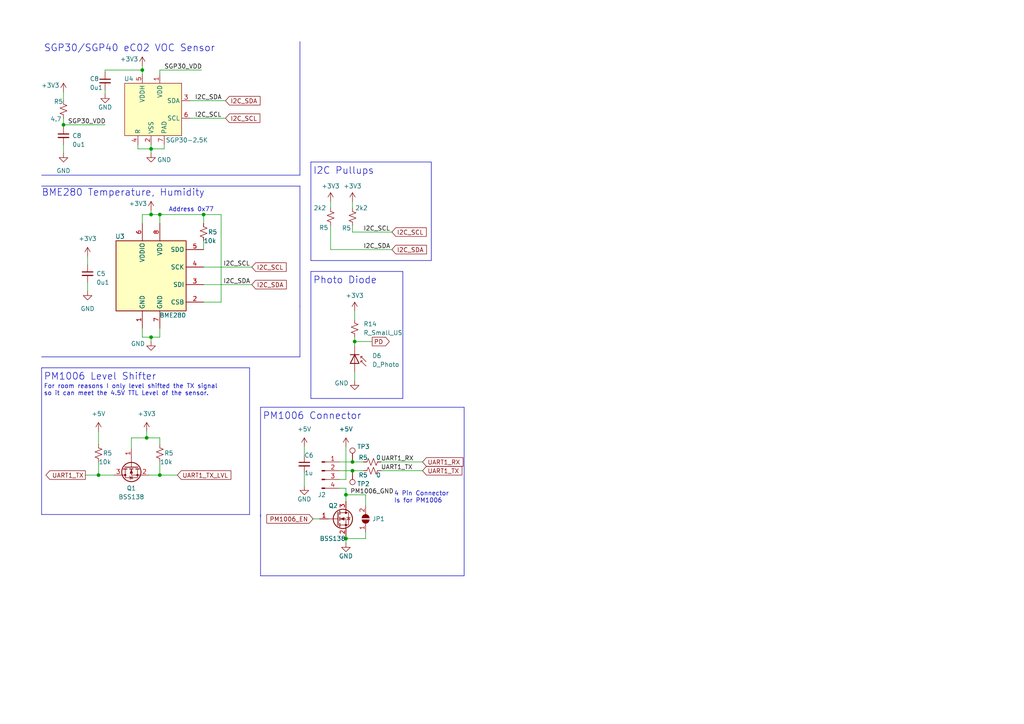
<source format=kicad_sch>
(kicad_sch (version 20230121) (generator eeschema)
  (paper "A4")
  (lib_symbols
    (symbol "Connector:Conn_01x04_Pin" (pin_names (offset 1.016) hide)
      (property "Reference" "J" (at 0 5.08 0))
      (property "Value" "Conn_01x04_Pin" (at 0 -7.62 0))
      (symbol "Conn_01x04_Pin_1_1"
        (polyline (pts (xy 1.27 -5.08) (xy 0.8636 -5.08)) (stroke (width 0.1524)))
        (polyline (pts (xy 1.27 -2.54) (xy 0.8636 -2.54)) (stroke (width 0.1524)))
        (polyline (pts (xy 1.27 0) (xy 0.8636 0)) (stroke (width 0.1524)))
        (polyline (pts (xy 1.27 2.54) (xy 0.8636 2.54)) (stroke (width 0.1524)))
        (rectangle (start 0.8636 -4.953) (end 0 -5.207) (stroke (width 0.1524)) (fill (type outline)))
        (rectangle (start 0.8636 -2.413) (end 0 -2.667) (stroke (width 0.1524)) (fill (type outline)))
        (rectangle (start 0.8636 0.127) (end 0 -0.127) (stroke (width 0.1524)) (fill (type outline)))
        (rectangle (start 0.8636 2.667) (end 0 2.413) (stroke (width 0.1524)) (fill (type outline)))
        (pin passive line (at 5.08 2.54 180) (length 3.81) (name "Pin_1") (number "1"))
        (pin passive line (at 5.08 0 180) (length 3.81) (name "Pin_2") (number "2"))
        (pin passive line (at 5.08 -2.54 180) (length 3.81) (name "Pin_3") (number "3"))
        (pin passive line (at 5.08 -5.08 180) (length 3.81) (name "Pin_4") (number "4"))
      )
    )
    (symbol "Connector:TestPoint" (pin_numbers hide) (pin_names (offset 0.762) hide)
      (property "Reference" "TP" (at 0 6.858 0))
      (property "Value" "TestPoint" (at 0 5.08 0))
      (symbol "TestPoint_0_1"
        (circle (center 0 3.302) (radius 0.762))
      )
      (symbol "TestPoint_1_1"
        (pin passive line (at 0 0 90) (length 2.54) (name "1") (number "1"))
      )
    )
    (symbol "Device:C_Small" (pin_numbers hide) (pin_names (offset 0.254) hide)
      (property "Reference" "C" (at 0.254 1.778 0))
      (property "Value" "C_Small" (at 0.254 -2.032 0))
      (symbol "C_Small_0_1"
        (polyline (pts (xy -1.524 -0.508) (xy 1.524 -0.508)) (stroke (width 0.3302)))
        (polyline (pts (xy -1.524 0.508) (xy 1.524 0.508)) (stroke (width 0.3048)))
      )
      (symbol "C_Small_1_1"
        (pin passive line (at 0 2.54 270) (length 2.032) (name "~") (number "1"))
        (pin passive line (at 0 -2.54 90) (length 2.032) (name "~") (number "2"))
      )
    )
    (symbol "Device:D_Photo" (pin_numbers hide) (pin_names hide)
      (property "Reference" "D" (at 0.508 1.778 0))
      (property "Value" "D_Photo" (at -1.016 -2.794 0))
      (symbol "D_Photo_0_1"
        (polyline (pts (xy -2.54 1.27) (xy -2.54 -1.27)) (stroke (width 0.254)))
        (polyline (pts (xy -2.032 1.778) (xy -1.524 1.778)))
        (polyline (pts (xy 0 0) (xy -2.54 0)))
        (polyline (pts (xy -0.508 3.302) (xy -2.032 1.778) (xy -2.032 2.286)))
        (polyline (pts (xy 0 -1.27) (xy 0 1.27) (xy -2.54 0) (xy 0 -1.27)) (stroke (width 0.254)))
        (polyline (pts (xy 0.762 3.302) (xy -0.762 1.778) (xy -0.762 2.286) (xy -0.762 1.778) (xy -0.254 1.778)))
      )
      (symbol "D_Photo_1_1"
        (pin passive line (at -5.08 0 0) (length 2.54) (name "K") (number "1"))
        (pin passive line (at 2.54 0 180) (length 2.54) (name "A") (number "2"))
      )
    )
    (symbol "Device:R_Small_US" (pin_numbers hide) (pin_names (offset 0.254) hide)
      (property "Reference" "R" (at 0.762 0.508 0))
      (property "Value" "R_Small_US" (at 0.762 -1.016 0))
      (symbol "R_Small_US_1_1"
        (polyline (pts (xy 0 0) (xy 1.016 -0.381) (xy 0 -0.762) (xy -1.016 -1.143) (xy 0 -1.524)))
        (polyline (pts (xy 0 1.524) (xy 1.016 1.143) (xy 0 0.762) (xy -1.016 0.381) (xy 0 0)))
        (pin passive line (at 0 2.54 270) (length 1.016) (name "~") (number "1"))
        (pin passive line (at 0 -2.54 90) (length 1.016) (name "~") (number "2"))
      )
    )
    (symbol "Jumper:SolderJumper_2_Open" (pin_names (offset 0) hide)
      (property "Reference" "JP" (at 0 2.032 0))
      (property "Value" "SolderJumper_2_Open" (at 0 -2.54 0))
      (symbol "SolderJumper_2_Open_0_1"
        (arc (start -0.254 1.016) (mid -1.2656 0) (end -0.254 -1.016))
        (arc (start -0.254 1.016) (mid -1.2656 0) (end -0.254 -1.016) (fill (type outline)))
        (polyline (pts (xy -0.254 1.016) (xy -0.254 -1.016)))
        (polyline (pts (xy 0.254 1.016) (xy 0.254 -1.016)))
        (arc (start 0.254 -1.016) (mid 1.2656 0) (end 0.254 1.016))
        (arc (start 0.254 -1.016) (mid 1.2656 0) (end 0.254 1.016) (fill (type outline)))
      )
      (symbol "SolderJumper_2_Open_1_1"
        (pin passive line (at -3.81 0 0) (length 2.54) (name "A") (number "1"))
        (pin passive line (at 3.81 0 180) (length 2.54) (name "B") (number "2"))
      )
    )
    (symbol "Kevin_Lutzer_Lbr:SGP30-2.5K"
      (property "Reference" "U" (at 0 8.89 0))
      (property "Value" "SGP30-2.5K" (at 11.43 -8.89 0))
      (symbol "SGP30-2.5K_1_1"
        (rectangle (start -7.62 7.62) (end 8.89 -7.62) (fill (type background)))
        (pin power_in line (at 2.54 10.16 270) (length 2.54) (name "VDD") (number "1"))
        (pin power_in line (at 0 -10.16 90) (length 2.54) (name "VSS") (number "2"))
        (pin bidirectional line (at 11.43 2.54 180) (length 2.54) (name "SDA") (number "3"))
        (pin input line (at -3.81 -10.16 90) (length 2.54) (name "R") (number "4"))
        (pin power_in line (at -2.54 10.16 270) (length 2.54) (name "VDDH") (number "5"))
        (pin input line (at 11.43 -2.54 180) (length 2.54) (name "SCL") (number "6"))
        (pin power_in line (at 3.81 -10.16 90) (length 2.54) (name "PAD") (number "7"))
      )
    )
    (symbol "Sensor:BME280"
      (property "Reference" "U" (at -8.89 11.43 0))
      (property "Value" "BME280" (at 7.62 11.43 0))
      (symbol "BME280_0_1"
        (rectangle (start -10.16 10.16) (end 10.16 -10.16) (stroke (width 0.254)) (fill (type background)))
      )
      (symbol "BME280_1_1"
        (pin power_in line (at -2.54 -15.24 90) (length 5.08) (name "GND") (number "1"))
        (pin input line (at 15.24 -7.62 180) (length 5.08) (name "CSB") (number "2"))
        (pin bidirectional line (at 15.24 -2.54 180) (length 5.08) (name "SDI") (number "3"))
        (pin input line (at 15.24 2.54 180) (length 5.08) (name "SCK") (number "4"))
        (pin bidirectional line (at 15.24 7.62 180) (length 5.08) (name "SDO") (number "5"))
        (pin power_in line (at -2.54 15.24 270) (length 5.08) (name "VDDIO") (number "6"))
        (pin power_in line (at 2.54 -15.24 90) (length 5.08) (name "GND") (number "7"))
        (pin power_in line (at 2.54 15.24 270) (length 5.08) (name "VDD") (number "8"))
      )
    )
    (symbol "Transistor_FET:BSS138" (pin_names hide)
      (property "Reference" "Q" (at 5.08 1.905 0))
      (property "Value" "BSS138" (at 5.08 0 0))
      (symbol "BSS138_0_1"
        (polyline (pts (xy 0.254 0) (xy -2.54 0)))
        (polyline (pts (xy 0.254 1.905) (xy 0.254 -1.905)) (stroke (width 0.254)))
        (polyline (pts (xy 0.762 -1.27) (xy 0.762 -2.286)) (stroke (width 0.254)))
        (polyline (pts (xy 0.762 0.508) (xy 0.762 -0.508)) (stroke (width 0.254)))
        (polyline (pts (xy 0.762 2.286) (xy 0.762 1.27)) (stroke (width 0.254)))
        (polyline (pts (xy 2.54 2.54) (xy 2.54 1.778)))
        (polyline (pts (xy 2.54 -2.54) (xy 2.54 0) (xy 0.762 0)))
        (polyline (pts (xy 0.762 -1.778) (xy 3.302 -1.778) (xy 3.302 1.778) (xy 0.762 1.778)))
        (polyline (pts (xy 1.016 0) (xy 2.032 0.381) (xy 2.032 -0.381) (xy 1.016 0)) (fill (type outline)))
        (polyline (pts (xy 2.794 0.508) (xy 2.921 0.381) (xy 3.683 0.381) (xy 3.81 0.254)))
        (polyline (pts (xy 3.302 0.381) (xy 2.921 -0.254) (xy 3.683 -0.254) (xy 3.302 0.381)))
        (circle (center 1.651 0) (radius 2.794) (stroke (width 0.254)))
        (circle (center 2.54 -1.778) (radius 0.254) (fill (type outline)))
        (circle (center 2.54 1.778) (radius 0.254) (fill (type outline)))
      )
      (symbol "BSS138_1_1"
        (pin input line (at -5.08 0 0) (length 2.54) (name "G") (number "1"))
        (pin passive line (at 2.54 -5.08 90) (length 2.54) (name "S") (number "2"))
        (pin passive line (at 2.54 5.08 270) (length 2.54) (name "D") (number "3"))
      )
    )
    (symbol "power:+3V3" (power) (pin_names (offset 0))
      (property "Value" "+3V3" (at 0 3.556 0))
      (symbol "+3V3_0_1"
        (polyline (pts (xy -0.762 1.27) (xy 0 2.54)))
        (polyline (pts (xy 0 0) (xy 0 2.54)))
        (polyline (pts (xy 0 2.54) (xy 0.762 1.27)))
      )
      (symbol "+3V3_1_1"
        (pin power_in line (at 0 0 90) (length 0) hide (name "+3V3") (number "1"))
      )
    )
    (symbol "power:+5V" (power) (pin_names (offset 0))
      (property "Value" "+5V" (at 0 3.556 0))
      (symbol "+5V_0_1"
        (polyline (pts (xy -0.762 1.27) (xy 0 2.54)))
        (polyline (pts (xy 0 0) (xy 0 2.54)))
        (polyline (pts (xy 0 2.54) (xy 0.762 1.27)))
      )
      (symbol "+5V_1_1"
        (pin power_in line (at 0 0 90) (length 0) hide (name "+5V") (number "1"))
      )
    )
    (symbol "power:GND" (power) (pin_names (offset 0))
      (property "Value" "GND" (at 0 -3.81 0))
      (symbol "GND_0_1"
        (polyline (pts (xy 0 0) (xy 0 -1.27) (xy 1.27 -1.27) (xy 0 -2.54) (xy -1.27 -1.27) (xy 0 -1.27)))
      )
      (symbol "GND_1_1"
        (pin power_in line (at 0 0 270) (length 0) hide (name "GND") (number "1"))
      )
    )
  )
  (junction (at 18.415 36.195))
  (junction (at 43.815 43.18))
  (junction (at 102.235 136.525))
  (junction (at 43.815 62.23))
  (junction (at 102.235 133.985))
  (junction (at 46.355 137.795))
  (junction (at 46.355 62.23))
  (junction (at 102.87 99.06))
  (junction (at 59.055 62.23))
  (junction (at 100.33 156.21))
  (junction (at 42.545 127))
  (junction (at 28.575 137.795))
  (junction (at 41.275 20.32))
  (junction (at 43.815 97.79))
  (junction (at 100.33 143.51))
  (wire (pts (xy 43.815 43.18) (xy 43.815 44.45)))
  (wire (pts (xy 46.355 62.23) (xy 59.055 62.23)))
  (wire (pts (xy 59.055 62.23) (xy 59.055 64.77)))
  (wire (pts (xy 102.235 67.31) (xy 102.235 65.405)))
  (polyline (pts (xy 90.17 46.99) (xy 90.17 75.565)))
  (polyline (pts (xy 12.065 50.8) (xy 86.995 50.8)))
  (wire (pts (xy 46.355 21.59) (xy 46.355 20.32)))
  (wire (pts (xy 43.815 62.23) (xy 43.815 60.96)))
  (wire (pts (xy 88.265 137.16) (xy 88.265 140.97)))
  (wire (pts (xy 43.18 137.795) (xy 46.355 137.795)))
  (wire (pts (xy 43.815 97.79) (xy 46.355 97.79)))
  (wire (pts (xy 90.805 150.495) (xy 92.71 150.495)))
  (polyline (pts (xy 86.995 88.9) (xy 86.995 103.505)))
  (wire (pts (xy 25.4 81.915) (xy 25.4 84.455)))
  (polyline (pts (xy 75.565 167.005) (xy 130.81 167.005)))
  (wire (pts (xy 98.425 133.985) (xy 102.235 133.985)))
  (wire (pts (xy 24.765 137.795) (xy 28.575 137.795)))
  (polyline (pts (xy 90.17 78.74) (xy 116.84 78.74)))
  (polyline (pts (xy 86.995 12.065) (xy 86.995 50.8)))
  (polyline (pts (xy 12.065 103.505) (xy 86.995 103.505)))
  (wire (pts (xy 46.355 64.77) (xy 46.355 62.23)))
  (wire (pts (xy 38.1 127) (xy 38.1 130.175)))
  (wire (pts (xy 100.33 156.21) (xy 106.045 156.21)))
  (wire (pts (xy 41.275 20.32) (xy 41.275 21.59)))
  (wire (pts (xy 100.33 156.21) (xy 100.33 157.48)))
  (polyline (pts (xy 75.565 149.86) (xy 75.565 118.11)))
  (wire (pts (xy 40.005 41.91) (xy 40.005 43.18)))
  (wire (pts (xy 41.275 62.23) (xy 41.275 64.77)))
  (wire (pts (xy 59.055 69.85) (xy 59.055 72.39)))
  (polyline (pts (xy 90.17 75.565) (xy 125.095 75.565)))
  (wire (pts (xy 100.33 143.51) (xy 100.33 145.415)))
  (wire (pts (xy 102.87 97.79) (xy 102.87 99.06)))
  (wire (pts (xy 88.265 129.54) (xy 88.265 132.08)))
  (wire (pts (xy 59.055 62.23) (xy 64.135 62.23)))
  (wire (pts (xy 102.87 99.06) (xy 102.87 100.33)))
  (wire (pts (xy 46.355 20.32) (xy 58.42 20.32)))
  (polyline (pts (xy 72.39 106.68) (xy 72.39 149.225)))
  (wire (pts (xy 41.275 19.05) (xy 41.275 20.32)))
  (polyline (pts (xy 116.84 115.57) (xy 116.84 78.74)))
  (polyline (pts (xy 75.565 118.11) (xy 122.555 118.11)))
  (wire (pts (xy 28.575 137.795) (xy 33.02 137.795)))
  (wire (pts (xy 43.815 41.91) (xy 43.815 43.18)))
  (polyline (pts (xy 12.065 106.68) (xy 72.39 106.68)))
  (wire (pts (xy 100.33 139.065) (xy 98.425 139.065)))
  (polyline (pts (xy 90.17 115.57) (xy 116.84 115.57)))
  (wire (pts (xy 64.135 62.23) (xy 64.135 87.63)))
  (polyline (pts (xy 86.995 53.975) (xy 86.995 88.9)))
  (wire (pts (xy 100.33 155.575) (xy 100.33 156.21)))
  (wire (pts (xy 95.885 72.39) (xy 95.885 65.405)))
  (wire (pts (xy 113.665 72.39) (xy 95.885 72.39)))
  (wire (pts (xy 98.425 141.605) (xy 100.33 141.605)))
  (wire (pts (xy 25.4 74.295) (xy 25.4 76.835)))
  (wire (pts (xy 43.815 43.18) (xy 47.625 43.18)))
  (wire (pts (xy 59.055 87.63) (xy 64.135 87.63)))
  (polyline (pts (xy 12.065 149.225) (xy 72.39 149.225)))
  (wire (pts (xy 55.245 29.21) (xy 65.405 29.21)))
  (wire (pts (xy 42.545 125.095) (xy 42.545 127)))
  (wire (pts (xy 100.33 143.51) (xy 106.045 143.51)))
  (wire (pts (xy 95.885 58.42) (xy 95.885 60.325)))
  (wire (pts (xy 110.49 136.525) (xy 122.555 136.525)))
  (wire (pts (xy 40.005 43.18) (xy 43.815 43.18)))
  (wire (pts (xy 18.415 36.195) (xy 18.415 36.83)))
  (wire (pts (xy 41.275 62.23) (xy 43.815 62.23)))
  (wire (pts (xy 106.045 143.51) (xy 106.045 146.685)))
  (wire (pts (xy 47.625 43.18) (xy 47.625 41.91)))
  (polyline (pts (xy 12.065 53.975) (xy 86.995 53.975)))
  (wire (pts (xy 46.355 95.25) (xy 46.355 97.79)))
  (wire (pts (xy 46.355 127) (xy 42.545 127)))
  (polyline (pts (xy 90.17 46.99) (xy 125.095 46.99)))
  (wire (pts (xy 41.275 97.79) (xy 43.815 97.79)))
  (wire (pts (xy 46.355 128.905) (xy 46.355 127)))
  (wire (pts (xy 106.045 156.21) (xy 106.045 154.305)))
  (wire (pts (xy 28.575 133.985) (xy 28.575 137.795)))
  (wire (pts (xy 59.055 77.47) (xy 73.025 77.47)))
  (wire (pts (xy 42.545 127) (xy 38.1 127)))
  (polyline (pts (xy 90.17 78.74) (xy 90.17 115.57)))
  (polyline (pts (xy 130.81 167.005) (xy 134.62 167.005)))
  (wire (pts (xy 110.49 133.985) (xy 122.555 133.985)))
  (wire (pts (xy 18.415 36.195) (xy 30.48 36.195)))
  (wire (pts (xy 30.48 20.32) (xy 41.275 20.32)))
  (wire (pts (xy 59.055 82.55) (xy 73.025 82.55)))
  (wire (pts (xy 98.425 136.525) (xy 102.235 136.525)))
  (wire (pts (xy 30.48 20.955) (xy 30.48 20.32)))
  (wire (pts (xy 102.87 90.17) (xy 102.87 92.71)))
  (wire (pts (xy 43.815 97.79) (xy 43.815 99.06)))
  (wire (pts (xy 46.355 137.795) (xy 51.435 137.795)))
  (polyline (pts (xy 134.62 118.11) (xy 122.555 118.11)))
  (wire (pts (xy 113.665 67.31) (xy 102.235 67.31)))
  (wire (pts (xy 46.355 62.23) (xy 43.815 62.23)))
  (wire (pts (xy 102.235 133.985) (xy 105.41 133.985)))
  (wire (pts (xy 102.87 99.06) (xy 107.95 99.06)))
  (polyline (pts (xy 134.62 149.86) (xy 134.62 118.11)))
  (wire (pts (xy 28.575 125.095) (xy 28.575 128.905)))
  (wire (pts (xy 18.415 34.29) (xy 18.415 36.195)))
  (wire (pts (xy 102.87 107.95) (xy 102.87 110.49)))
  (wire (pts (xy 18.415 26.67) (xy 18.415 29.21)))
  (polyline (pts (xy 75.565 149.225) (xy 75.565 167.005)))
  (wire (pts (xy 55.245 34.29) (xy 65.405 34.29)))
  (polyline (pts (xy 125.095 75.565) (xy 125.095 46.99)))
  (wire (pts (xy 102.235 136.525) (xy 105.41 136.525)))
  (polyline (pts (xy 134.62 167.005) (xy 134.62 149.86)))
  (polyline (pts (xy 12.065 149.225) (xy 12.065 106.68)))
  (wire (pts (xy 41.275 95.25) (xy 41.275 97.79)))
  (wire (pts (xy 46.355 133.985) (xy 46.355 137.795)))
  (wire (pts (xy 100.33 141.605) (xy 100.33 143.51)))
  (wire (pts (xy 100.33 139.065) (xy 100.33 129.54)))
  (wire (pts (xy 30.48 26.035) (xy 30.48 27.305)))
  (wire (pts (xy 18.415 41.91) (xy 18.415 44.45)))
  (wire (pts (xy 102.235 58.42) (xy 102.235 60.325)))
  (text "PM1006 Level Shifter\n" (at 12.7 110.49 0) (effects (font (size 2 2)) (justify left bottom)))
  (text "I2C Pullups\n" (at 90.805 50.8 0) (effects (font (size 2 2)) (justify left bottom)))
  (text "For room reasons I only level shifted the TX signal\nso it can meet the 4.5V TTL Level of the sensor." (at 12.7 114.935 0) (effects (font (size 1.27 1.27)) (justify left bottom)))
  (text "Photo Diode" (at 90.805 82.55 0) (effects (font (size 2 2)) (justify left bottom)))
  (text "4 Pin Connector\nIs for PM1006" (at 114.3 146.05 0) (effects (font (size 1.27 1.27)) (justify left bottom)))
  (text "Address 0x77 " (at 48.895 61.595 0) (effects (font (size 1.27 1.27)) (justify left bottom)))
  (text "PM1006 Connector" (at 76.2 121.92 0) (effects (font (size 2 2)) (justify left bottom)))
  (text "SGP30/SGP40 eC02 VOC Sensor" (at 12.7 15.24 0) (effects (font (size 2 2)) (justify left bottom)))
  (text "BME280 Temperature, Humidity\n" (at 12.065 57.15 0) (effects (font (size 2 2)) (justify left bottom)))
  (label "UART1_RX" (at 110.49 133.985 0))
  (label "I2C_SCL" (at 105.41 67.31 0))
  (label "SGP30_VDD" (at 47.625 20.32 0))
  (label "I2C_SDA" (at 64.77 82.55 0))
  (label "I2C_SCL" (at 64.77 77.47 0))
  (label "UART1_TX" (at 110.49 136.525 0))
  (label "I2C_SCL" (at 56.515 34.29 0))
  (label "PM1006_GND" (at 101.6 143.51 0))
  (label "I2C_SDA" (at 56.515 29.21 0))
  (label "I2C_SDA" (at 105.41 72.39 0))
  (label "SGP30_VDD" (at 19.685 36.195 0))
  (global_label "PM1006_EN" (shape input) (at 90.805 150.495 180) (property "Intersheetrefs" "${INTERSHEET_REFS}" (effects hide)))
  (global_label "I2C_SDA" (shape input) (at 113.665 72.39 0) (property "Intersheetrefs" "${INTERSHEET_REFS}" (effects hide)))
  (global_label "I2C_SCL" (shape input) (at 65.405 34.29 0) (property "Intersheetrefs" "${INTERSHEET_REFS}" (effects hide)))
  (global_label "I2C_SDA" (shape input) (at 73.025 82.55 0) (property "Intersheetrefs" "${INTERSHEET_REFS}" (effects hide)))
  (global_label "I2C_SCL" (shape input) (at 113.665 67.31 0) (property "Intersheetrefs" "${INTERSHEET_REFS}" (effects hide)))
  (global_label "PD" (shape output) (at 107.95 99.06 0) (property "Intersheetrefs" "${INTERSHEET_REFS}" (effects hide)))
  (global_label "UART1_TX" (shape output) (at 24.765 137.795 180) (property "Intersheetrefs" "${INTERSHEET_REFS}" (effects hide)))
  (global_label "UART1_TX" (shape input) (at 122.555 136.525 0) (property "Intersheetrefs" "${INTERSHEET_REFS}" (effects hide)))
  (global_label "UART1_TX_LVL" (shape input) (at 51.435 137.795 0) (property "Intersheetrefs" "${INTERSHEET_REFS}" (effects hide)))
  (global_label "I2C_SCL" (shape input) (at 73.025 77.47 0) (property "Intersheetrefs" "${INTERSHEET_REFS}" (effects hide)))
  (global_label "I2C_SDA" (shape input) (at 65.405 29.21 0) (property "Intersheetrefs" "${INTERSHEET_REFS}" (effects hide)))
  (global_label "UART1_RX" (shape input) (at 122.555 133.985 0) (property "Intersheetrefs" "${INTERSHEET_REFS}" (effects hide)))
  (symbol (lib_id "power:+5V") (at 28.575 125.095 0) (unit 1)
    (property "Reference" "#PWR043" (effects hide))
    (property "Value" "+5V" (at 28.575 120.015 0))
  )
  (symbol (lib_id "Device:C_Small") (at 30.48 23.495 0) (unit 1)
    (property "Reference" "C8" (at 26.035 22.86 0) (effects (justify left)))
    (property "Value" "0u1" (at 26.035 25.4 0) (effects (justify left)))
    (property "Footprint" "Capacitor_SMD:C_0603_1608Metric" (effects hide))
    (instances (project "room_environment_monitor" (path "" (reference "C8") (unit 1)) (path "" (reference "C2") (unit 1))))
  )
  (symbol (lib_id "Sensor:BME280") (at 43.815 80.01 0) (unit 1)
    (property "Reference" "U3" (at 36.195 68.58 0) (effects (justify right)))
    (property "Value" "BME280" (at 53.975 91.44 0) (effects (justify right)))
    (property "Footprint" "Package_LGA:Bosch_LGA-8_2.5x2.5mm_P0.65mm_ClockwisePinNumbering" (effects hide))
    (property "Datasheet" "https://www.bosch-sensortec.com/media/boschsensortec/downloads/datasheets/bst-bme280-ds002.pdf" (effects hide))
    (instances (project "room_environment_monitor" (path "" (reference "U3") (unit 1)) (path "" (reference "U4") (unit 1))))
  )
  (symbol (lib_id "Device:R_Small_US") (at 46.355 131.445 0) (unit 1)
    (property "Reference" "R5" (at 47.625 131.445 0) (effects (justify left)))
    (property "Value" "10k" (at 46.355 133.985 0) (effects (justify left)))
    (property "Footprint" "Resistor_SMD:R_0603_1608Metric" (effects hide))
    (instances (project "room_environment_monitor" (path "" (reference "R5") (unit 1)) (path "" (reference "R12") (unit 1))))
  )
  (symbol (lib_id "Jumper:SolderJumper_2_Open") (at 106.045 150.495 90) (unit 1)
    (property "Reference" "JP1" (at 107.95 150.495 90) (effects (justify right)))
    (property "Value" "SolderJumper_2_Open" (effects hide))
    (property "Footprint" "Jumper:SolderJumper-2_P1.3mm_Open_RoundedPad1.0x1.5mm" (effects hide))
  )
  (symbol (lib_id "power:+5V") (at 88.265 129.54 0) (unit 1)
    (property "Reference" "#PWR033" (effects hide))
    (property "Value" "+5V" (at 88.265 124.46 0))
    (instances (project "room_environment_monitor" (path "" (reference "#PWR033") (unit 1)) (path "" (reference "#PWR038") (unit 1))))
  )
  (symbol (lib_id "power:GND") (at 18.415 44.45 0) (unit 1)
    (property "Reference" "#PWR024" (effects hide))
    (property "Value" "GND" (at 18.415 49.53 0))
    (instances (project "room_environment_monitor" (path "" (reference "#PWR024") (unit 1)) (path "" (reference "#PWR011") (unit 1))))
  )
  (symbol (lib_id "Device:R_Small_US") (at 95.885 62.865 180) (unit 1)
    (property "Reference" "R5" (at 95.25 66.04 0) (effects (justify left)))
    (property "Value" "2k2" (at 94.615 60.325 0) (effects (justify left)))
    (property "Footprint" "Resistor_SMD:R_0603_1608Metric" (effects hide))
    (instances (project "room_environment_monitor" (path "" (reference "R5") (unit 1)) (path "" (reference "R10") (unit 1))))
  )
  (symbol (lib_id "Device:R_Small_US") (at 28.575 131.445 0) (unit 1)
    (property "Reference" "R5" (at 29.845 131.445 0) (effects (justify left)))
    (property "Value" "10k" (at 28.575 133.985 0) (effects (justify left)))
    (property "Footprint" "Resistor_SMD:R_0603_1608Metric" (effects hide))
    (instances (project "room_environment_monitor" (path "" (reference "R5") (unit 1)) (path "" (reference "R13") (unit 1))))
  )
  (symbol (lib_id "power:+3V3") (at 102.87 90.17 0) (unit 1)
    (property "Reference" "#PWR021" (effects hide))
    (property "Value" "+3V3" (at 102.87 85.725 0))
  )
  (symbol (lib_id "power:GND") (at 102.87 110.49 0) (unit 1)
    (property "Reference" "#PWR011" (effects hide))
    (property "Value" "GND" (at 99.06 111.125 0))
    (instances (project "room_environment_monitor" (path "" (reference "#PWR011") (unit 1)) (path "" (reference "#PWR022") (unit 1))))
  )
  (symbol (lib_id "power:+3V3") (at 102.235 58.42 0) (unit 1)
    (property "Reference" "#PWR018" (effects hide))
    (property "Value" "+3V3" (at 102.235 53.975 0))
  )
  (symbol (lib_id "Device:C_Small") (at 25.4 79.375 0) (unit 1)
    (property "Reference" "C5" (at 27.94 79.375 0) (effects (justify left)))
    (property "Value" "0u1" (at 27.94 81.915 0) (effects (justify left)))
    (property "Footprint" "Capacitor_SMD:C_0603_1608Metric" (effects hide))
  )
  (symbol (lib_id "power:+3V3") (at 42.545 125.095 0) (unit 1)
    (property "Reference" "#PWR020" (effects hide))
    (property "Value" "+3V3" (at 42.545 120.015 0))
    (instances (project "room_environment_monitor" (path "" (reference "#PWR020") (unit 1)) (path "" (reference "#PWR08") (unit 1))))
  )
  (symbol (lib_id "power:GND") (at 43.815 44.45 0) (unit 1)
    (property "Reference" "#PWR022" (effects hide))
    (property "Value" "GND" (at 47.625 46.355 0))
    (instances (project "room_environment_monitor" (path "" (reference "#PWR022") (unit 1)) (path "" (reference "#PWR024") (unit 1))))
  )
  (symbol (lib_id "Connector:Conn_01x04_Pin") (at 93.345 136.525 0) (unit 1)
    (property "Reference" "J2" (at 93.345 143.51 0))
    (property "Value" "Conn_01x04_Pin" (effects hide))
    (property "Footprint" "Kevin_Lutzer_Lbr:CONN_B4B-ZR-SM4-TF_JST" (effects hide))
  )
  (symbol (lib_id "Device:R_Small_US") (at 102.235 62.865 180) (unit 1)
    (property "Reference" "R5" (at 101.854 66.167 0) (effects (justify left)))
    (property "Value" "2k2" (at 106.68 60.325 0) (effects (justify left)))
    (property "Footprint" "Resistor_SMD:R_0603_1608Metric" (effects hide))
    (instances (project "room_environment_monitor" (path "" (reference "R5") (unit 1)) (path "" (reference "R11") (unit 1))))
  )
  (symbol (lib_id "Transistor_FET:BSS138") (at 38.1 135.255 90) (mirror x) (unit 1)
    (property "Reference" "Q1" (at 38.1 141.605 90))
    (property "Value" "BSS138" (at 38.1 144.145 90))
    (property "Footprint" "Package_TO_SOT_SMD:SOT-23" (effects hide))
    (property "Datasheet" "https://www.onsemi.com/pub/Collateral/BSS138-D.PDF" (effects hide))
  )
  (symbol (lib_id "Device:C_Small") (at 18.415 39.37 0) (unit 1)
    (property "Reference" "C8" (at 20.955 39.37 0) (effects (justify left)))
    (property "Value" "0u1" (at 20.955 41.91 0) (effects (justify left)))
    (property "Footprint" "Capacitor_SMD:C_0603_1608Metric" (effects hide))
    (instances (project "room_environment_monitor" (path "" (reference "C8") (unit 1)) (path "" (reference "C4") (unit 1))))
  )
  (symbol (lib_id "Transistor_FET:BSS138") (at 97.79 150.495 0) (unit 1)
    (property "Reference" "Q2" (at 95.25 146.685 0) (effects (justify left)))
    (property "Value" "BSS138" (at 92.71 156.21 0) (effects (justify left)))
    (property "Footprint" "Package_TO_SOT_SMD:SOT-23" (effects hide))
    (property "Datasheet" "https://www.onsemi.com/pub/Collateral/BSS138-D.PDF" (effects hide))
  )
  (symbol (lib_id "power:+3V3") (at 18.415 26.67 0) (unit 1)
    (property "Reference" "#PWR010" (effects hide))
    (property "Value" "+3V3" (at 14.605 24.765 0))
  )
  (symbol (lib_id "Connector:TestPoint") (at 102.235 136.525 180) (unit 1)
    (property "Reference" "TP2" (at 105.41 140.335 0))
    (property "Value" "TestPoint" (effects hide))
    (property "Footprint" "TestPoint:TestPoint_Pad_D1.0mm" (effects hide))
    (instances (project "room_environment_monitor" (path "" (reference "TP2") (unit 1)) (path "" (reference "TP3") (unit 1))))
  )
  (symbol (lib_id "power:+5V") (at 100.33 129.54 0) (unit 1)
    (property "Reference" "#PWR033" (effects hide))
    (property "Value" "+5V" (at 100.33 124.46 0))
    (instances (project "room_environment_monitor" (path "" (reference "#PWR033") (unit 1)) (path "" (reference "#PWR032") (unit 1))))
  )
  (symbol (lib_id "Device:R_Small_US") (at 102.87 95.25 180) (unit 1)
    (property "Reference" "R14" (at 105.41 93.98 0) (effects (justify right)))
    (property "Value" "R_Small_US" (at 105.41 96.52 0) (effects (justify right)))
    (property "Footprint" "Resistor_SMD:R_0603_1608Metric" (effects hide))
  )
  (symbol (lib_id "Connector:TestPoint") (at 102.235 133.985 0) (unit 1)
    (property "Reference" "TP3" (at 105.41 129.54 0))
    (property "Value" "TestPoint" (effects hide))
    (property "Footprint" "TestPoint:TestPoint_Pad_D1.0mm" (effects hide))
    (instances (project "room_environment_monitor" (path "" (reference "TP3") (unit 1)) (path "" (reference "TP2") (unit 1))))
  )
  (symbol (lib_id "power:+3V3") (at 95.885 58.42 0) (unit 1)
    (property "Reference" "#PWR017" (effects hide))
    (property "Value" "+3V3" (at 95.885 53.975 0))
  )
  (symbol (lib_id "power:+3V3") (at 43.815 60.96 0) (unit 1)
    (property "Reference" "#PWR010" (effects hide))
    (property "Value" "+3V3" (at 40.005 59.055 0))
    (instances (project "room_environment_monitor" (path "" (reference "#PWR010") (unit 1)) (path "" (reference "#PWR025") (unit 1))))
  )
  (symbol (lib_id "Device:D_Photo") (at 102.87 105.41 270) (unit 1)
    (property "Reference" "D6" (at 107.95 103.1875 90) (effects (justify left)))
    (property "Value" "D_Photo" (at 107.95 105.7275 90) (effects (justify left)))
    (property "Footprint" "Diode_SMD:D_1206_3216Metric_Pad1.42x1.75mm_HandSolder" (effects hide))
  )
  (symbol (lib_id "power:GND") (at 88.265 140.97 0) (unit 1)
    (property "Reference" "#PWR036" (effects hide))
    (property "Value" "GND" (at 88.265 144.78 0))
    (instances (project "room_environment_monitor" (path "" (reference "#PWR036") (unit 1)) (path "" (reference "#PWR039") (unit 1))))
  )
  (symbol (lib_id "power:GND") (at 43.815 99.06 0) (unit 1)
    (property "Reference" "#PWR011" (effects hide))
    (property "Value" "GND" (at 40.005 99.695 0))
    (instances (project "room_environment_monitor" (path "" (reference "#PWR011") (unit 1)) (path "" (reference "#PWR026") (unit 1))))
  )
  (symbol (lib_id "Kevin_Lutzer_Lbr:SGP30-2.5K") (at 43.815 31.75 0) (unit 1)
    (property "Reference" "U4" (at 38.735 22.86 0) (effects (justify right)))
    (property "Value" "SGP30-2.5K" (at 60.325 40.64 0) (effects (justify right)))
    (property "Footprint" "Kevin_Lutzer_Lbr:SGP30-2.5K_SEN" (effects hide))
    (property "Datasheet" "https://mm.digikey.com/Volume0/opasdata/d220001/medias/docus/2578/SGP30%20Datasheet.pdf" (effects hide))
    (instances (project "room_environment_monitor" (path "" (reference "U4") (unit 1)) (path "" (reference "U3") (unit 1))))
  )
  (symbol (lib_id "power:+3V3") (at 41.275 19.05 0) (unit 1)
    (property "Reference" "#PWR010" (effects hide))
    (property "Value" "+3V3" (at 37.465 17.145 0))
    (instances (project "room_environment_monitor" (path "" (reference "#PWR010") (unit 1)) (path "" (reference "#PWR014") (unit 1))))
  )
  (symbol (lib_id "Device:R_Small_US") (at 107.95 133.985 90) (unit 1)
    (property "Reference" "R5" (at 106.68 132.715 90) (effects (justify left)))
    (property "Value" "0" (at 110.49 132.715 90) (effects (justify left)))
    (property "Footprint" "Resistor_SMD:R_0603_1608Metric" (effects hide))
    (instances (project "room_environment_monitor" (path "" (reference "R5") (unit 1)) (path "" (reference "R8") (unit 1))))
  )
  (symbol (lib_id "power:GND") (at 25.4 84.455 0) (unit 1)
    (property "Reference" "#PWR015" (effects hide))
    (property "Value" "GND" (at 25.4 89.535 0))
    (instances (project "room_environment_monitor" (path "" (reference "#PWR015") (unit 1)) (path "" (reference "#PWR013") (unit 1))))
  )
  (symbol (lib_id "power:+3V3") (at 25.4 74.295 0) (unit 1)
    (property "Reference" "#PWR014" (effects hide))
    (property "Value" "+3V3" (at 25.4 69.215 0))
    (instances (project "room_environment_monitor" (path "" (reference "#PWR014") (unit 1)) (path "" (reference "#PWR012") (unit 1))))
  )
  (symbol (lib_id "power:GND") (at 100.33 157.48 0) (unit 1)
    (property "Reference" "#PWR036" (effects hide))
    (property "Value" "GND" (at 100.33 161.29 0))
    (instances (project "room_environment_monitor" (path "" (reference "#PWR036") (unit 1)) (path "" (reference "#PWR033") (unit 1))))
  )
  (symbol (lib_id "Device:R_Small_US") (at 107.95 136.525 90) (unit 1)
    (property "Reference" "R5" (at 106.68 137.795 90) (effects (justify left)))
    (property "Value" "0" (at 110.49 137.795 90) (effects (justify left)))
    (property "Footprint" "Resistor_SMD:R_0603_1608Metric" (effects hide))
    (instances (project "room_environment_monitor" (path "" (reference "R5") (unit 1)) (path "" (reference "R9") (unit 1))))
  )
  (symbol (lib_id "Device:C_Small") (at 88.265 134.62 0) (unit 1)
    (property "Reference" "C6" (at 88.265 132.08 0) (effects (justify left)))
    (property "Value" "1u" (at 88.265 137.16 0) (effects (justify left)))
    (property "Footprint" "Capacitor_SMD:C_0603_1608Metric" (effects hide))
    (instances (project "room_environment_monitor" (path "" (reference "C6") (unit 1)) (path "" (reference "C7") (unit 1))))
  )
  (symbol (lib_id "Device:R_Small_US") (at 59.055 67.31 0) (unit 1)
    (property "Reference" "R5" (at 60.325 67.31 0) (effects (justify left)))
    (property "Value" "10k" (at 59.055 69.85 0) (effects (justify left)))
    (property "Footprint" "Resistor_SMD:R_0603_1608Metric" (effects hide))
    (instances (project "room_environment_monitor" (path "" (reference "R5") (unit 1)) (path "" (reference "R3") (unit 1))))
  )
  (symbol (lib_id "power:GND") (at 30.48 27.305 0) (unit 1)
    (property "Reference" "#PWR022" (effects hide))
    (property "Value" "GND" (at 30.48 31.115 0))
    (instances (project "room_environment_monitor" (path "" (reference "#PWR022") (unit 1)) (path "" (reference "#PWR019") (unit 1))))
  )
  (symbol (lib_id "Device:R_Small_US") (at 18.415 31.75 0) (unit 1)
    (property "Reference" "R5" (at 15.621 29.464 0) (effects (justify left)))
    (property "Value" "4.7" (at 14.605 34.544 0) (effects (justify left)))
    (property "Footprint" "Resistor_SMD:R_0603_1608Metric" (effects hide))
    (instances (project "room_environment_monitor" (path "" (reference "R5") (unit 1)) (path "" (reference "R4") (unit 1))))
  )
)
</source>
